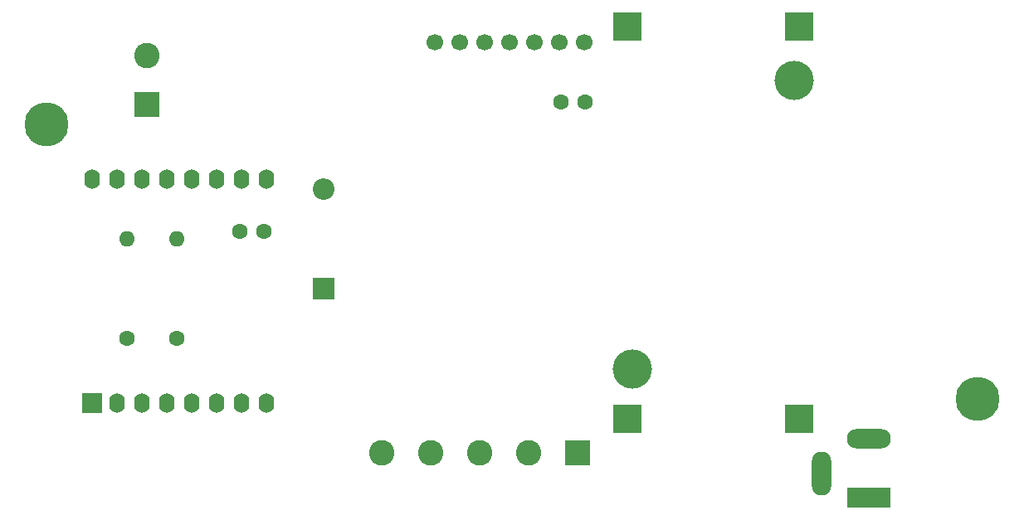
<source format=gbr>
%TF.GenerationSoftware,KiCad,Pcbnew,(5.1.9)-1*%
%TF.CreationDate,2021-01-18T22:58:22-06:00*%
%TF.ProjectId,TempPCB11,54656d70-5043-4423-9131-2e6b69636164,rev?*%
%TF.SameCoordinates,Original*%
%TF.FileFunction,Soldermask,Top*%
%TF.FilePolarity,Negative*%
%FSLAX46Y46*%
G04 Gerber Fmt 4.6, Leading zero omitted, Abs format (unit mm)*
G04 Created by KiCad (PCBNEW (5.1.9)-1) date 2021-01-18 22:58:22*
%MOMM*%
%LPD*%
G01*
G04 APERTURE LIST*
%ADD10C,2.600000*%
%ADD11R,2.600000X2.600000*%
%ADD12C,4.000000*%
%ADD13R,3.000000X3.000000*%
%ADD14C,4.500000*%
%ADD15O,2.200000X2.200000*%
%ADD16R,2.200000X2.200000*%
%ADD17O,2.000000X4.500000*%
%ADD18O,4.500000X2.000000*%
%ADD19R,4.500000X2.000000*%
%ADD20O,1.600000X2.000000*%
%ADD21R,2.000000X2.000000*%
%ADD22O,1.600000X1.600000*%
%ADD23C,1.600000*%
%ADD24C,1.700000*%
G04 APERTURE END LIST*
D10*
%TO.C,J2*%
X64262000Y-55452000D03*
D11*
X64262000Y-60452000D03*
%TD*%
D10*
%TO.C,J1*%
X88204000Y-96012000D03*
X93204000Y-96012000D03*
X98204000Y-96012000D03*
X103204000Y-96012000D03*
D11*
X108204000Y-96012000D03*
%TD*%
D12*
%TO.C,B1*%
X130260000Y-57980000D03*
X113760000Y-87480000D03*
D13*
X130760000Y-92480000D03*
X130760000Y-52480000D03*
X113260000Y-52480000D03*
X113260000Y-92480000D03*
%TD*%
D14*
%TO.C, *%
X54000000Y-62500000D03*
%TD*%
D15*
%TO.C,D1*%
X82296000Y-69088000D03*
D16*
X82296000Y-79248000D03*
%TD*%
D17*
%TO.C,J3*%
X133122000Y-98084000D03*
D18*
X137922000Y-94584000D03*
D19*
X137922000Y-100584000D03*
%TD*%
D20*
%TO.C,U1*%
X58674000Y-68072000D03*
X61214000Y-68072000D03*
X63754000Y-68072000D03*
X66294000Y-68072000D03*
X68834000Y-68072000D03*
X71374000Y-68072000D03*
X73914000Y-68072000D03*
X76454000Y-68072000D03*
X76454000Y-90932000D03*
X73914000Y-90932000D03*
X71374000Y-90932000D03*
X68834000Y-90932000D03*
X66294000Y-90932000D03*
X63754000Y-90932000D03*
D21*
X58674000Y-90932000D03*
D20*
X61214000Y-90932000D03*
%TD*%
D22*
%TO.C,R2*%
X62230000Y-74168000D03*
D23*
X62230000Y-84328000D03*
%TD*%
D22*
%TO.C,R1*%
X67310000Y-74168000D03*
D23*
X67310000Y-84328000D03*
%TD*%
D14*
%TO.C, *%
X149000000Y-90500000D03*
%TD*%
D23*
%TO.C,C2*%
X106466000Y-60198000D03*
X108966000Y-60198000D03*
%TD*%
%TO.C,C1*%
X73700000Y-73406000D03*
X76200000Y-73406000D03*
%TD*%
D24*
%TO.C,AK1*%
X93634000Y-54072000D03*
X96174000Y-54072000D03*
X98714000Y-54072000D03*
X101254000Y-54072000D03*
X103794000Y-54072000D03*
X106334000Y-54072000D03*
X108874000Y-54072000D03*
%TD*%
M02*

</source>
